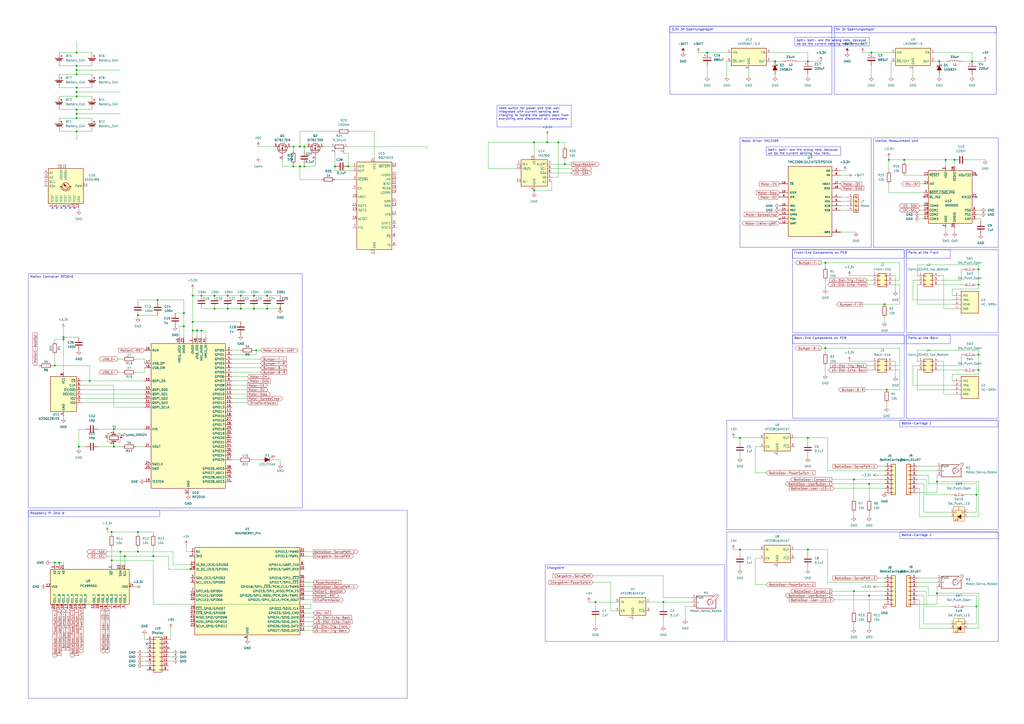
<source format=kicad_sch>
(kicad_sch
	(version 20231120)
	(generator "eeschema")
	(generator_version "8.0")
	(uuid "10e9ed1f-81fe-4a04-a219-cef72219a4ee")
	(paper "A2")
	
	(junction
		(at 429.26 318.77)
		(diameter 0)
		(color 0 0 0 0)
		(uuid "03268f60-248c-430f-9a48-def6cb6c976e")
	)
	(junction
		(at 148.59 203.2)
		(diameter 0)
		(color 0 0 0 0)
		(uuid "04234bed-4ba9-40ef-ac16-7d8ec800186b")
	)
	(junction
		(at 410.21 30.48)
		(diameter 0)
		(color 0 0 0 0)
		(uuid "06870aa4-4c9b-477d-9f05-4ca4de8f6a4d")
	)
	(junction
		(at 44.45 50.8)
		(diameter 0)
		(color 0 0 0 0)
		(uuid "083aae67-81c3-4ec2-bf4a-336ec22f72e9")
	)
	(junction
		(at 567.69 156.21)
		(diameter 0)
		(color 0 0 0 0)
		(uuid "0a9bdb1e-9b3a-41f4-835f-eeec191ae320")
	)
	(junction
		(at 514.35 226.06)
		(diameter 0)
		(color 0 0 0 0)
		(uuid "1164d9f6-d69f-4765-bfe4-5ec41bb5ffc7")
	)
	(junction
		(at 36.83 195.58)
		(diameter 0)
		(color 0 0 0 0)
		(uuid "21be0d6d-08dd-4c6b-8dde-b3409b7daccd")
	)
	(junction
		(at 91.44 173.99)
		(diameter 0)
		(color 0 0 0 0)
		(uuid "22a4d2dd-f848-4193-8541-955420f6e17d")
	)
	(junction
		(at 44.45 68.58)
		(diameter 0)
		(color 0 0 0 0)
		(uuid "2421b6f1-9351-4b09-9d81-3293799c07ca")
	)
	(junction
		(at 543.56 279.4)
		(diameter 0)
		(color 0 0 0 0)
		(uuid "25fc08dd-dbcb-4986-8d99-a9d615e74609")
	)
	(junction
		(at 44.45 30.48)
		(diameter 0)
		(color 0 0 0 0)
		(uuid "265fbd34-c236-4afc-b472-ab5f7b1865f2")
	)
	(junction
		(at 64.77 325.12)
		(diameter 0)
		(color 0 0 0 0)
		(uuid "277e0764-7927-4216-849d-6bc3b8e09a44")
	)
	(junction
		(at 139.7 179.07)
		(diameter 0)
		(color 0 0 0 0)
		(uuid "29426718-41a1-4fab-a69c-de55200420f5")
	)
	(junction
		(at 44.45 43.18)
		(diameter 0)
		(color 0 0 0 0)
		(uuid "29b5096b-a417-4d8d-8959-38c8fd1009d5")
	)
	(junction
		(at 80.01 182.88)
		(diameter 0)
		(color 0 0 0 0)
		(uuid "2d0abeda-aac0-4388-a19d-3bc6f581aa05")
	)
	(junction
		(at 44.45 76.2)
		(diameter 0)
		(color 0 0 0 0)
		(uuid "2d1447b9-e1f8-416e-9e68-2f3a93be7887")
	)
	(junction
		(at 116.84 191.77)
		(diameter 0)
		(color 0 0 0 0)
		(uuid "2e7fad9a-09d7-4161-afc3-42855f89e07f")
	)
	(junction
		(at 147.32 179.07)
		(diameter 0)
		(color 0 0 0 0)
		(uuid "2fdf82e2-3891-4bd7-be3f-e7514a4bef5c")
	)
	(junction
		(at 124.46 179.07)
		(diameter 0)
		(color 0 0 0 0)
		(uuid "39a70374-4daf-4db7-bf38-bf4c46ca5dc6")
	)
	(junction
		(at 309.88 82.55)
		(diameter 0)
		(color 0 0 0 0)
		(uuid "3badada2-4c73-40a6-9795-4538f303b44e")
	)
	(junction
		(at 124.46 171.45)
		(diameter 0)
		(color 0 0 0 0)
		(uuid "3c018187-1d9c-4d03-8c02-29d04cab6f36")
	)
	(junction
		(at 88.9 322.58)
		(diameter 0)
		(color 0 0 0 0)
		(uuid "3ee83e4e-3370-4ed8-bcc6-114de62898d7")
	)
	(junction
		(at 317.5 82.55)
		(diameter 0)
		(color 0 0 0 0)
		(uuid "3eea0a00-3e9a-4c07-bf8c-cd1e7c4edf62")
	)
	(junction
		(at 147.32 171.45)
		(diameter 0)
		(color 0 0 0 0)
		(uuid "451af065-1b1a-4969-88c6-18b12c3eaf4b")
	)
	(junction
		(at 513.08 176.53)
		(diameter 0)
		(color 0 0 0 0)
		(uuid "46e71d5b-0486-4156-82c5-6cd1b8ff00c5")
	)
	(junction
		(at 116.84 171.45)
		(diameter 0)
		(color 0 0 0 0)
		(uuid "470f61d3-5f15-44b3-9be8-d7ad98c6cb59")
	)
	(junction
		(at 323.85 82.55)
		(diameter 0)
		(color 0 0 0 0)
		(uuid "4a08adb7-ea48-4326-a6c2-0515fd040642")
	)
	(junction
		(at 31.75 212.09)
		(diameter 0)
		(color 0 0 0 0)
		(uuid "4f324c9b-e82a-4655-af45-70ad70b76b07")
	)
	(junction
		(at 176.53 96.52)
		(diameter 0)
		(color 0 0 0 0)
		(uuid "4f5c7b81-43d6-4512-a1ff-f2767706b81b")
	)
	(junction
		(at 80.01 308.61)
		(diameter 0)
		(color 0 0 0 0)
		(uuid "4fafc432-26d7-4c70-844e-cbe5d393e13c")
	)
	(junction
		(at 563.88 35.56)
		(diameter 0)
		(color 0 0 0 0)
		(uuid "55e24700-a976-46b6-9a5e-322947c19269")
	)
	(junction
		(at 504.19 345.44)
		(diameter 0)
		(color 0 0 0 0)
		(uuid "57161dd7-66d7-4a82-9a79-eaa5c269842f")
	)
	(junction
		(at 567.69 214.63)
		(diameter 0)
		(color 0 0 0 0)
		(uuid "594cf67e-7a44-4414-8f11-a3da63be89bc")
	)
	(junction
		(at 548.64 92.71)
		(diameter 0)
		(color 0 0 0 0)
		(uuid "5eef07a4-476c-4d20-ab85-4e2f6966be7d")
	)
	(junction
		(at 52.07 220.98)
		(diameter 0)
		(color 0 0 0 0)
		(uuid "61fd68eb-8bbb-4d83-9798-6e54ba31de17")
	)
	(junction
		(at 567.69 205.74)
		(diameter 0)
		(color 0 0 0 0)
		(uuid "6a3dc16e-cbd1-4799-aa60-2efd10351d35")
	)
	(junction
		(at 111.76 191.77)
		(diameter 0)
		(color 0 0 0 0)
		(uuid "6d65149c-99e1-48b1-afd4-3fc0a4e61402")
	)
	(junction
		(at 44.45 66.04)
		(diameter 0)
		(color 0 0 0 0)
		(uuid "6f780dc5-431b-4107-8aa6-7a7b80f485db")
	)
	(junction
		(at 80.01 320.04)
		(diameter 0)
		(color 0 0 0 0)
		(uuid "7008afad-ebe6-4b0c-994b-1ffb34cb38c0")
	)
	(junction
		(at 495.3 278.13)
		(diameter 0)
		(color 0 0 0 0)
		(uuid "75888cbd-2c9c-44cc-a124-d721d5a43a54")
	)
	(junction
		(at 66.04 259.08)
		(diameter 0)
		(color 0 0 0 0)
		(uuid "75b73604-a04b-4e5e-8f2b-d7112a354c76")
	)
	(junction
		(at 44.45 40.64)
		(diameter 0)
		(color 0 0 0 0)
		(uuid "7b5e014f-6d02-49ab-956c-429ce09c3d2b")
	)
	(junction
		(at 566.42 351.79)
		(diameter 0)
		(color 0 0 0 0)
		(uuid "7cb410a2-cd21-4a99-a0fc-9cfba2c05cfa")
	)
	(junction
		(at 154.94 171.45)
		(diameter 0)
		(color 0 0 0 0)
		(uuid "7dc31fcc-7a3f-43f9-9177-cd22c32ac711")
	)
	(junction
		(at 543.56 344.17)
		(diameter 0)
		(color 0 0 0 0)
		(uuid "80f79bba-cc7f-4b8e-9517-8f247a51f6a4")
	)
	(junction
		(at 170.18 96.52)
		(diameter 0)
		(color 0 0 0 0)
		(uuid "82b92c49-401a-4913-858f-7e3f2f46ddcf")
	)
	(junction
		(at 111.76 186.69)
		(diameter 0)
		(color 0 0 0 0)
		(uuid "84d0a7d8-7dd4-4f12-bcc9-40014992f2ac")
	)
	(junction
		(at 504.19 280.67)
		(diameter 0)
		(color 0 0 0 0)
		(uuid "8521d5a2-40ba-4a5d-a5c4-2e6ef9471c28")
	)
	(junction
		(at 44.45 53.34)
		(diameter 0)
		(color 0 0 0 0)
		(uuid "87f4a9f5-047d-4055-84ef-ce082379ddb6")
	)
	(junction
		(at 173.99 96.52)
		(diameter 0)
		(color 0 0 0 0)
		(uuid "882212e7-c879-43a9-94f4-d1d58d5f9db1")
	)
	(junction
		(at 478.79 201.93)
		(diameter 0)
		(color 0 0 0 0)
		(uuid "88a18d9a-46e4-498d-9d39-2906a2038335")
	)
	(junction
		(at 111.76 171.45)
		(diameter 0)
		(color 0 0 0 0)
		(uuid "8c8781ed-ac6a-4428-9845-847cdc5f6708")
	)
	(junction
		(at 132.08 179.07)
		(diameter 0)
		(color 0 0 0 0)
		(uuid "90d555f8-82ed-4e5b-9fde-9f2563ca9a84")
	)
	(junction
		(at 345.44 349.25)
		(diameter 0)
		(color 0 0 0 0)
		(uuid "9339e47f-85f5-408a-b36c-b27fd8430462")
	)
	(junction
		(at 201.93 96.52)
		(diameter 0)
		(color 0 0 0 0)
		(uuid "93f07516-6868-4305-aacb-0ba200e0c11d")
	)
	(junction
		(at 162.56 179.07)
		(diameter 0)
		(color 0 0 0 0)
		(uuid "9471eeb1-2a59-42c9-9805-be6e33dda6f7")
	)
	(junction
		(at 495.3 342.9)
		(diameter 0)
		(color 0 0 0 0)
		(uuid "95c38d03-b4bc-4d18-b7ec-e184e5f2b0d1")
	)
	(junction
		(at 170.18 85.09)
		(diameter 0)
		(color 0 0 0 0)
		(uuid "96aa31a1-4e10-459b-997d-dbaa4ad37b35")
	)
	(junction
		(at 515.62 92.71)
		(diameter 0)
		(color 0 0 0 0)
		(uuid "99315baa-d1fc-4dc4-bcfc-637bd899f1ef")
	)
	(junction
		(at 544.83 35.56)
		(diameter 0)
		(color 0 0 0 0)
		(uuid "99af6a2b-938f-4a05-a868-2edc7d4b2aed")
	)
	(junction
		(at 72.39 322.58)
		(diameter 0)
		(color 0 0 0 0)
		(uuid "9a382fe7-2567-41bd-b706-8a429acfe147")
	)
	(junction
		(at 154.94 179.07)
		(diameter 0)
		(color 0 0 0 0)
		(uuid "9c8a7697-ebc2-4d23-9b1c-948f5bccfdc2")
	)
	(junction
		(at 44.45 55.88)
		(diameter 0)
		(color 0 0 0 0)
		(uuid "a042a7b2-81e2-4dbc-9fc4-79a7c6613bb5")
	)
	(junction
		(at 106.68 189.23)
		(diameter 0)
		(color 0 0 0 0)
		(uuid "a0da04da-7b55-4416-b220-aaaa0dffdfe3")
	)
	(junction
		(at 45.72 259.08)
		(diameter 0)
		(color 0 0 0 0)
		(uuid "a3540f26-1336-4e81-a8eb-434080559b46")
	)
	(junction
		(at 110.49 330.2)
		(diameter 0)
		(color 0 0 0 0)
		(uuid "a8b3ec47-a9a9-4ba1-b749-6c31898f83b9")
	)
	(junction
		(at 114.3 191.77)
		(diameter 0)
		(color 0 0 0 0)
		(uuid "a9ae8d97-5143-4d48-8437-3701e9202cc1")
	)
	(junction
		(at 566.42 287.02)
		(diameter 0)
		(color 0 0 0 0)
		(uuid "b783d9c8-d090-495a-83a1-e580f2c25178")
	)
	(junction
		(at 468.63 318.77)
		(diameter 0)
		(color 0 0 0 0)
		(uuid "bbc22500-7889-4288-be0d-cfd80288ac5c")
	)
	(junction
		(at 384.81 349.25)
		(diameter 0)
		(color 0 0 0 0)
		(uuid "bc4e959e-e2ad-4122-b784-10f1fe12ed65")
	)
	(junction
		(at 64.77 308.61)
		(diameter 0)
		(color 0 0 0 0)
		(uuid "c5a02223-bddc-4462-98b4-b63f3acdf809")
	)
	(junction
		(at 449.58 35.56)
		(diameter 0)
		(color 0 0 0 0)
		(uuid "c799042d-ae88-43cc-a271-0df941a8f484")
	)
	(junction
		(at 553.72 92.71)
		(diameter 0)
		(color 0 0 0 0)
		(uuid "c85e723b-7570-4cf5-84ad-b61532129048")
	)
	(junction
		(at 69.85 320.04)
		(diameter 0)
		(color 0 0 0 0)
		(uuid "c9829d1e-e068-4d7b-979c-0567ec83b092")
	)
	(junction
		(at 66.04 248.92)
		(diameter 0)
		(color 0 0 0 0)
		(uuid "cde65cd6-c066-46d8-a2f4-f11966f8d9bc")
	)
	(junction
		(at 36.83 196.85)
		(diameter 0)
		(color 0 0 0 0)
		(uuid "cf515f11-e932-4ebb-a615-a2f4c79f2c55")
	)
	(junction
		(at 309.88 110.49)
		(diameter 0)
		(color 0 0 0 0)
		(uuid "d11ba81a-bdac-481a-9bd9-cd8d713f0ecf")
	)
	(junction
		(at 44.45 38.1)
		(diameter 0)
		(color 0 0 0 0)
		(uuid "d460fc4e-116b-461c-9aad-963e945b1fdb")
	)
	(junction
		(at 194.31 96.52)
		(diameter 0)
		(color 0 0 0 0)
		(uuid "d7218f09-481c-4dfb-8660-d32c7d548973")
	)
	(junction
		(at 31.75 326.39)
		(diameter 0)
		(color 0 0 0 0)
		(uuid "d7cc7e0e-4b77-4814-a0d4-6785824da040")
	)
	(junction
		(at 478.79 152.4)
		(diameter 0)
		(color 0 0 0 0)
		(uuid "dc30a080-afb7-48a1-9348-3fa78b8193e0")
	)
	(junction
		(at 139.7 171.45)
		(diameter 0)
		(color 0 0 0 0)
		(uuid "e1775e11-9fe6-4463-8146-18d8ced08735")
	)
	(junction
		(at 106.68 181.61)
		(diameter 0)
		(color 0 0 0 0)
		(uuid "e18add9c-c3d0-41a9-8ecf-c6c33a8a8953")
	)
	(junction
		(at 173.99 85.09)
		(diameter 0)
		(color 0 0 0 0)
		(uuid "e638f2a4-5e9e-4671-badd-88fbc55318f6")
	)
	(junction
		(at 429.26 254)
		(diameter 0)
		(color 0 0 0 0)
		(uuid "e643f0fc-a1a1-4012-a5b0-69948705cd8f")
	)
	(junction
		(at 176.53 85.09)
		(diameter 0)
		(color 0 0 0 0)
		(uuid "e996c373-c3aa-4ac5-9496-1773721cfd1c")
	)
	(junction
		(at 132.08 171.45)
		(diameter 0)
		(color 0 0 0 0)
		(uuid "ebd25529-48dc-4d3c-995a-0a53a2b21d6f")
	)
	(junction
		(at 327.66 95.25)
		(diameter 0)
		(color 0 0 0 0)
		(uuid "ee21e3f5-e352-4a84-93cf-62e554bde62b")
	)
	(junction
		(at 468.63 254)
		(diameter 0)
		(color 0 0 0 0)
		(uuid "efd94e32-e0ba-4970-b1bf-8fd3aa6a1536")
	)
	(junction
		(at 524.51 92.71)
		(diameter 0)
		(color 0 0 0 0)
		(uuid "f1ea72bd-ddab-4c9c-bc3e-94b9ac135f23")
	)
	(junction
		(at 34.29 326.39)
		(diameter 0)
		(color 0 0 0 0)
		(uuid "f2ce2bf7-3045-45bb-b7fc-f2ad386e880f")
	)
	(junction
		(at 567.69 165.1)
		(diameter 0)
		(color 0 0 0 0)
		(uuid "f809335f-7b79-4149-8b15-3c5482826fa5")
	)
	(junction
		(at 505.46 30.48)
		(diameter 0)
		(color 0 0 0 0)
		(uuid "f91e5096-4f67-48ae-a66f-f4215968b35a")
	)
	(junction
		(at 44.45 63.5)
		(diameter 0)
		(color 0 0 0 0)
		(uuid "fe282bc1-f285-4dcb-aaf1-eb1ddb5ceb2f")
	)
	(junction
		(at 468.63 35.56)
		(diameter 0)
		(color 0 0 0 0)
		(uuid "fedb9ee5-9f24-4d12-a2db-5fd24ffa6199")
	)
	(no_connect
		(at 452.12 127)
		(uuid "0260e9ab-8e3e-4bc2-9dbe-5591cc0b01ef")
	)
	(no_connect
		(at 40.64 120.65)
		(uuid "0aa3e324-e029-4e75-a35d-32bbcc9a147b")
	)
	(no_connect
		(at 535.94 114.3)
		(uuid "0dbbdef1-cd64-4ae0-a69d-69f0c468be48")
	)
	(no_connect
		(at 566.42 101.6)
		(uuid "384be073-ba93-4b1b-904d-552e784c8b00")
	)
	(no_connect
		(at 110.49 322.58)
		(uuid "47a92e0d-52a0-4f2c-8d09-ee9bd39c40b1")
	)
	(no_connect
		(at 97.79 375.92)
		(uuid "4b40c3af-bf17-4bab-9bb5-2510a50a4ec9")
	)
	(no_connect
		(at 43.18 120.65)
		(uuid "5a46784a-dd16-4e27-8b4d-1d363770a20f")
	)
	(no_connect
		(at 38.1 120.65)
		(uuid "76f314ef-0d7b-44b6-aab5-f5f230adbd7e")
	)
	(no_connect
		(at 85.09 373.38)
		(uuid "7bd2e65b-56d9-420c-a018-2a5d5a02554e")
	)
	(no_connect
		(at 33.02 120.65)
		(uuid "a9eb4a0c-15fe-49cf-b559-eed295bbc624")
	)
	(no_connect
		(at 35.56 120.65)
		(uuid "c3df7663-15a5-4e50-b4fd-21a303b85af3")
	)
	(no_connect
		(at 30.48 120.65)
		(uuid "c7b5a869-6317-49bc-8d06-4f3c522bd3e5")
	)
	(no_connect
		(at 566.42 114.3)
		(uuid "dbf644f0-5284-44a5-8de9-ca76d961beec")
	)
	(wire
		(pts
			(xy 66.04 259.08) (xy 66.04 257.81)
		)
		(stroke
			(width 0)
			(type default)
		)
		(uuid "001dffd7-7641-4fd9-a9d3-c65c327bb6e0")
	)
	(wire
		(pts
			(xy 567.69 203.2) (xy 532.13 203.2)
		)
		(stroke
			(width 0)
			(type default)
		)
		(uuid "010455f5-cb6a-4251-87f5-60e736b25ecb")
	)
	(wire
		(pts
			(xy 62.23 320.04) (xy 69.85 320.04)
		)
		(stroke
			(width 0)
			(type default)
		)
		(uuid "020e7bd2-975d-483f-8535-d66b8332c03a")
	)
	(wire
		(pts
			(xy 181.61 322.58) (xy 176.53 322.58)
		)
		(stroke
			(width 0)
			(type default)
		)
		(uuid "021dd310-9842-412f-b9a6-439ebfee9b07")
	)
	(wire
		(pts
			(xy 521.97 214.63) (xy 518.16 214.63)
		)
		(stroke
			(width 0)
			(type default)
		)
		(uuid "02694717-9285-40e8-852d-4a4b6d6acde5")
	)
	(wire
		(pts
			(xy 500.38 176.53) (xy 513.08 176.53)
		)
		(stroke
			(width 0)
			(type default)
		)
		(uuid "026df141-edee-4563-b366-9389b7745b89")
	)
	(wire
		(pts
			(xy 491.49 116.84) (xy 487.68 116.84)
		)
		(stroke
			(width 0)
			(type default)
		)
		(uuid "02b7188a-3b50-4bb1-b815-4dd64aeb1ff5")
	)
	(wire
		(pts
			(xy 504.19 354.33) (xy 504.19 345.44)
		)
		(stroke
			(width 0)
			(type default)
		)
		(uuid "02db2914-8822-456d-9c6f-fd12122a370b")
	)
	(wire
		(pts
			(xy 91.44 173.99) (xy 106.68 173.99)
		)
		(stroke
			(width 0)
			(type default)
		)
		(uuid "030cf6e0-7220-478f-8ce6-506488ec880c")
	)
	(wire
		(pts
			(xy 478.79 201.93) (xy 521.97 201.93)
		)
		(stroke
			(width 0)
			(type default)
		)
		(uuid "044831d4-03cf-4a62-8912-d2bdba5522ce")
	)
	(wire
		(pts
			(xy 516.89 44.45) (xy 516.89 35.56)
		)
		(stroke
			(width 0)
			(type default)
		)
		(uuid "048bb947-f301-4b5c-ad0f-8ed3c611c4ac")
	)
	(wire
		(pts
			(xy 444.5 339.09) (xy 438.15 339.09)
		)
		(stroke
			(width 0)
			(type default)
		)
		(uuid "06a93dd4-98a6-4286-abe5-50bc9d21607c")
	)
	(wire
		(pts
			(xy 44.45 40.64) (xy 69.85 40.64)
		)
		(stroke
			(width 0)
			(type default)
		)
		(uuid "07f65511-514b-40e6-bece-50eb6771ef28")
	)
	(wire
		(pts
			(xy 327.66 95.25) (xy 327.66 92.71)
		)
		(stroke
			(width 0)
			(type default)
		)
		(uuid "080911a9-7fd1-4a2f-a512-6ec6992ba3a0")
	)
	(wire
		(pts
			(xy 176.53 95.25) (xy 176.53 96.52)
		)
		(stroke
			(width 0)
			(type default)
		)
		(uuid "09588aa3-eb9b-4c1f-b792-cf7633bb7e08")
	)
	(wire
		(pts
			(xy 461.01 254) (xy 468.63 254)
		)
		(stroke
			(width 0)
			(type default)
		)
		(uuid "096359c0-aaa2-4c39-b067-d620e5f29e71")
	)
	(wire
		(pts
			(xy 521.97 212.09) (xy 521.97 201.93)
		)
		(stroke
			(width 0)
			(type default)
		)
		(uuid "09d34397-eb92-416e-b25c-6435a5e714c2")
	)
	(wire
		(pts
			(xy 425.45 318.77) (xy 429.26 318.77)
		)
		(stroke
			(width 0)
			(type default)
		)
		(uuid "0a2741bb-38e7-42f8-87f7-37dc083a517d")
	)
	(wire
		(pts
			(xy 83.82 210.82) (xy 83.82 208.28)
		)
		(stroke
			(width 0)
			(type default)
		)
		(uuid "0a917147-c546-4876-b199-c676c29635da")
	)
	(wire
		(pts
			(xy 34.29 38.1) (xy 44.45 38.1)
		)
		(stroke
			(width 0)
			(type default)
		)
		(uuid "0b012abe-f767-49a7-8fcc-20a3eb6879c1")
	)
	(wire
		(pts
			(xy 181.61 360.68) (xy 176.53 360.68)
		)
		(stroke
			(width 0)
			(type default)
		)
		(uuid "0b670b74-17e1-43dd-84c8-9d896db2cf58")
	)
	(wire
		(pts
			(xy 320.04 95.25) (xy 327.66 95.25)
		)
		(stroke
			(width 0)
			(type default)
		)
		(uuid "0bc13916-c24a-431d-baf9-0ad5a6451379")
	)
	(wire
		(pts
			(xy 505.46 30.48) (xy 516.89 30.48)
		)
		(stroke
			(width 0)
			(type default)
		)
		(uuid "0dd628e2-00d3-475a-ab2a-f7ac9b948572")
	)
	(wire
		(pts
			(xy 344.17 334.01) (xy 384.81 334.01)
		)
		(stroke
			(width 0)
			(type default)
		)
		(uuid "0e2e6951-3e60-42a4-9010-cfcce3f450c4")
	)
	(wire
		(pts
			(xy 97.79 322.58) (xy 88.9 322.58)
		)
		(stroke
			(width 0)
			(type default)
		)
		(uuid "0e2fbfc3-909a-4840-9d89-6afc89135d3c")
	)
	(wire
		(pts
			(xy 31.75 205.74) (xy 31.75 212.09)
		)
		(stroke
			(width 0)
			(type default)
		)
		(uuid "0e84f5c2-5f4d-4bf8-ac84-6c28d4b75e80")
	)
	(wire
		(pts
			(xy 181.61 355.6) (xy 176.53 355.6)
		)
		(stroke
			(width 0)
			(type default)
		)
		(uuid "0ee9c5eb-07fd-45e3-963b-484720518883")
	)
	(wire
		(pts
			(xy 52.07 220.98) (xy 52.07 212.09)
		)
		(stroke
			(width 0)
			(type default)
		)
		(uuid "1278374b-5fac-434d-a243-955f67300eab")
	)
	(wire
		(pts
			(xy 139.7 179.07) (xy 147.32 179.07)
		)
		(stroke
			(width 0)
			(type default)
		)
		(uuid "12a3e1dd-e2b9-4d22-b071-81a300699359")
	)
	(wire
		(pts
			(xy 532.13 226.06) (xy 532.13 214.63)
		)
		(stroke
			(width 0)
			(type default)
		)
		(uuid "136c564c-6bf3-4b87-bec2-71382b8d55a8")
	)
	(wire
		(pts
			(xy 88.9 308.61) (xy 80.01 308.61)
		)
		(stroke
			(width 0)
			(type default)
		)
		(uuid "13de33af-e8cb-4e17-a1ac-71c416ff67da")
	)
	(wire
		(pts
			(xy 495.3 297.18) (xy 495.3 299.72)
		)
		(stroke
			(width 0)
			(type default)
		)
		(uuid "143962ce-3b7d-48a4-aee9-8425cd2cb9f8")
	)
	(wire
		(pts
			(xy 535.94 361.95) (xy 535.94 345.44)
		)
		(stroke
			(width 0)
			(type default)
		)
		(uuid "144f0f2c-aea5-4be1-8f5e-460e47de3a21")
	)
	(wire
		(pts
			(xy 544.83 35.56) (xy 549.91 35.56)
		)
		(stroke
			(width 0)
			(type default)
		)
		(uuid "1735015e-f7e7-44da-b3c6-2d9b033abd3c")
	)
	(wire
		(pts
			(xy 199.39 88.9) (xy 201.93 88.9)
		)
		(stroke
			(width 0)
			(type default)
		)
		(uuid "1742bfe5-6028-4bcd-b7e3-88d92c3633f6")
	)
	(wire
		(pts
			(xy 447.04 30.48) (xy 468.63 30.48)
		)
		(stroke
			(width 0)
			(type default)
		)
		(uuid "17658310-9343-49c8-82d9-e8973a75c3eb")
	)
	(wire
		(pts
			(xy 34.29 76.2) (xy 44.45 76.2)
		)
		(stroke
			(width 0)
			(type default)
		)
		(uuid "176a1f4f-2a49-4fc2-927a-b452fec68ed3")
	)
	(wire
		(pts
			(xy 132.08 171.45) (xy 139.7 171.45)
		)
		(stroke
			(width 0)
			(type default)
		)
		(uuid "18a6f06a-ffd5-4fcd-95c8-b39de83935dc")
	)
	(wire
		(pts
			(xy 124.46 171.45) (xy 132.08 171.45)
		)
		(stroke
			(width 0)
			(type default)
		)
		(uuid "18b0e9ff-f2f7-41f3-b66a-e835cbe3d0de")
	)
	(wire
		(pts
			(xy 111.76 186.69) (xy 139.7 186.69)
		)
		(stroke
			(width 0)
			(type default)
		)
		(uuid "18f8cbb2-3c78-4973-af0b-9d6fd21ddf95")
	)
	(wire
		(pts
			(xy 535.94 297.18) (xy 535.94 280.67)
		)
		(stroke
			(width 0)
			(type default)
		)
		(uuid "197965a3-8932-4b7b-be74-d0603e72858b")
	)
	(wire
		(pts
			(xy 134.62 205.74) (xy 148.59 205.74)
		)
		(stroke
			(width 0)
			(type default)
		)
		(uuid "1b034ed9-c621-407e-b3f3-9868c73fcc82")
	)
	(wire
		(pts
			(xy 29.21 326.39) (xy 31.75 326.39)
		)
		(stroke
			(width 0)
			(type default)
		)
		(uuid "1ba89f39-dcf0-4108-94b6-9a8c06c8caea")
	)
	(wire
		(pts
			(xy 495.3 278.13) (xy 513.08 278.13)
		)
		(stroke
			(width 0)
			(type default)
		)
		(uuid "1bb0dd37-b212-4926-a54c-e6f9708d92b0")
	)
	(wire
		(pts
			(xy 143.51 223.52) (xy 134.62 223.52)
		)
		(stroke
			(width 0)
			(type default)
		)
		(uuid "1bf274a5-5ce3-4796-8f63-d17b5156df58")
	)
	(wire
		(pts
			(xy 119.38 191.77) (xy 116.84 191.77)
		)
		(stroke
			(width 0)
			(type default)
		)
		(uuid "1c18c401-f88a-4854-9232-572c3c84e9d6")
	)
	(wire
		(pts
			(xy 543.56 344.17) (xy 567.69 344.17)
		)
		(stroke
			(width 0)
			(type default)
		)
		(uuid "1c43f6e0-cf4a-4d01-991f-ec3fd4ccb8b1")
	)
	(wire
		(pts
			(xy 518.16 160.02) (xy 519.43 160.02)
		)
		(stroke
			(width 0)
			(type default)
		)
		(uuid "1c50cd6c-1f17-4d35-bc75-c1481253d7e3")
	)
	(wire
		(pts
			(xy 173.99 104.14) (xy 173.99 96.52)
		)
		(stroke
			(width 0)
			(type default)
		)
		(uuid "1d3e7dc2-4893-4b81-9985-bed90d1ab771")
	)
	(wire
		(pts
			(xy 36.83 195.58) (xy 36.83 196.85)
		)
		(stroke
			(width 0)
			(type default)
		)
		(uuid "1e0a9a92-686b-476e-ac82-c07e86419009")
	)
	(wire
		(pts
			(xy 410.21 30.48) (xy 421.64 30.48)
		)
		(stroke
			(width 0)
			(type default)
		)
		(uuid "1f7ed963-d1c1-4648-9b3d-3f936b2fc1d3")
	)
	(wire
		(pts
			(xy 567.69 156.21) (xy 567.69 153.67)
		)
		(stroke
			(width 0)
			(type default)
		)
		(uuid "1fa2170f-47e5-4164-8d9f-c11a5fbf75a2")
	)
	(wire
		(pts
			(xy 323.85 102.87) (xy 320.04 102.87)
		)
		(stroke
			(width 0)
			(type default)
		)
		(uuid "1faa9867-d5db-4e92-9c4d-21fdc4cc074c")
	)
	(wire
		(pts
			(xy 504.19 289.56) (xy 504.19 280.67)
		)
		(stroke
			(width 0)
			(type default)
		)
		(uuid "1fcc9314-9f8b-499c-a63b-9f89b0ade20c")
	)
	(wire
		(pts
			(xy 444.5 274.32) (xy 438.15 274.32)
		)
		(stroke
			(width 0)
			(type default)
		)
		(uuid "214ee9b8-88e4-4f30-b940-8b91cca75b05")
	)
	(wire
		(pts
			(xy 143.51 220.98) (xy 134.62 220.98)
		)
		(stroke
			(width 0)
			(type default)
		)
		(uuid "217c065c-707c-4ce9-b5d5-1999381a21b8")
	)
	(wire
		(pts
			(xy 429.26 256.54) (xy 429.26 254)
		)
		(stroke
			(width 0)
			(type default)
		)
		(uuid "223ad173-34bb-4ba1-ae25-b277bc7c906c")
	)
	(wire
		(pts
			(xy 504.19 297.18) (xy 504.19 299.72)
		)
		(stroke
			(width 0)
			(type default)
		)
		(uuid "22b5ceec-6e1a-4e82-9c89-da4f0a967e0d")
	)
	(wire
		(pts
			(xy 567.69 167.64) (xy 552.45 167.64)
		)
		(stroke
			(width 0)
			(type default)
		)
		(uuid "22b798e9-192a-4e89-8da3-effd8be4505a")
	)
	(wire
		(pts
			(xy 482.6 342.9) (xy 495.3 342.9)
		)
		(stroke
			(width 0)
			(type default)
		)
		(uuid "24690d85-73ab-4c27-a87e-c9438923c9bd")
	)
	(wire
		(pts
			(xy 341.63 349.25) (xy 345.44 349.25)
		)
		(stroke
			(width 0)
			(type default)
		)
		(uuid "25605ba8-abf3-439f-95a6-0c9b5fc30c90")
	)
	(wire
		(pts
			(xy 552.45 217.17) (xy 552.45 220.98)
		)
		(stroke
			(width 0)
			(type default)
		)
		(uuid "27c4cc6e-e946-4f6d-86a2-2294923844f2")
	)
	(wire
		(pts
			(xy 509.27 275.59) (xy 513.08 275.59)
		)
		(stroke
			(width 0)
			(type default)
		)
		(uuid "27c8f88a-be47-47f7-bf40-aaed043bfcc9")
	)
	(wire
		(pts
			(xy 495.3 342.9) (xy 513.08 342.9)
		)
		(stroke
			(width 0)
			(type default)
		)
		(uuid "28239306-2caf-4e2d-9d16-22ab2b6e1464")
	)
	(wire
		(pts
			(xy 487.68 99.06) (xy 490.22 99.06)
		)
		(stroke
			(width 0)
			(type default)
		)
		(uuid "2862c691-9e91-4d14-8acd-5c575cbe7902")
	)
	(wire
		(pts
			(xy 548.64 96.52) (xy 548.64 92.71)
		)
		(stroke
			(width 0)
			(type default)
		)
		(uuid "28892f80-eca9-4714-b90e-4fdf1cb13f24")
	)
	(wire
		(pts
			(xy 44.45 55.88) (xy 53.34 55.88)
		)
		(stroke
			(width 0)
			(type default)
		)
		(uuid "28f845d5-6a5f-4bc5-a374-437c534ad0cd")
	)
	(wire
		(pts
			(xy 548.64 134.62) (xy 548.64 132.08)
		)
		(stroke
			(width 0)
			(type default)
		)
		(uuid "2a157276-6e4b-4c32-b55d-5a96958eb8d5")
	)
	(wire
		(pts
			(xy 138.43 266.7) (xy 134.62 266.7)
		)
		(stroke
			(width 0)
			(type default)
		)
		(uuid "2a6a8e21-6337-41c2-aab7-9334e1c61515")
	)
	(wire
		(pts
			(xy 148.59 203.2) (xy 148.59 205.74)
		)
		(stroke
			(width 0)
			(type default)
		)
		(uuid "2b3b92de-a533-41f5-9ba2-e8a910f61cb8")
	)
	(wire
		(pts
			(xy 547.37 160.02) (xy 547.37 179.07)
		)
		(stroke
			(width 0)
			(type default)
		)
		(uuid "2b9be4f4-3bbc-43d8-8513-fcc099f0a86d")
	)
	(wire
		(pts
			(xy 111.76 171.45) (xy 111.76 186.69)
		)
		(stroke
			(width 0)
			(type default)
		)
		(uuid "2bc1a12d-8515-4420-b170-91482b64a510")
	)
	(wire
		(pts
			(xy 57.15 259.08) (xy 66.04 259.08)
		)
		(stroke
			(width 0)
			(type default)
		)
		(uuid "2bd8ac11-9b06-43d4-9b17-fa0e2b4c2dc2")
	)
	(wire
		(pts
			(xy 500.38 30.48) (xy 505.46 30.48)
		)
		(stroke
			(width 0)
			(type default)
		)
		(uuid "2be2d2fc-f5e2-4b46-bb0c-8c65cc86984b")
	)
	(wire
		(pts
			(xy 34.29 50.8) (xy 44.45 50.8)
		)
		(stroke
			(width 0)
			(type default)
		)
		(uuid "2c22f143-453f-4db5-a9d8-f4e86a1c4a55")
	)
	(wire
		(pts
			(xy 566.42 280.67) (xy 566.42 287.02)
		)
		(stroke
			(width 0)
			(type default)
		)
		(uuid "2c64bb28-e8ce-4335-80ef-938ad232db8e")
	)
	(wire
		(pts
			(xy 478.79 152.4) (xy 521.97 152.4)
		)
		(stroke
			(width 0)
			(type default)
		)
		(uuid "2ca47985-679e-4ec3-b7ce-d6582ac583c9")
	)
	(wire
		(pts
			(xy 505.46 44.45) (xy 505.46 38.1)
		)
		(stroke
			(width 0)
			(type default)
		)
		(uuid "2cf67072-6d2c-40ae-8bcc-143558b4d795")
	)
	(wire
		(pts
			(xy 181.61 337.82) (xy 176.53 337.82)
		)
		(stroke
			(width 0)
			(type default)
		)
		(uuid "2d2c068a-5e86-4502-8f3b-0574deebcd3d")
	)
	(wire
		(pts
			(xy 567.69 205.74) (xy 567.69 203.2)
		)
		(stroke
			(width 0)
			(type default)
		)
		(uuid "2dc45b97-2534-454a-99f1-af91b7dee7fa")
	)
	(wire
		(pts
			(xy 80.01 182.88) (xy 80.01 184.15)
		)
		(stroke
			(width 0)
			(type default)
		)
		(uuid "2e121bdc-6d90-42d4-8195-c0ce530ff885")
	)
	(wire
		(pts
			(xy 66.04 248.92) (xy 66.04 250.19)
		)
		(stroke
			(width 0)
			(type default)
		)
		(uuid "2e63c512-4bd6-4c66-bffe-963f29f9c96c")
	)
	(wire
		(pts
			(xy 111.76 167.64) (xy 111.76 171.45)
		)
		(stroke
			(width 0)
			(type default)
		)
		(uuid "30df880d-91cf-4fa7-a3ac-47dfbd980aeb")
	)
	(wire
		(pts
			(xy 462.28 35.56) (xy 468.63 35.56)
		)
		(stroke
			(width 0)
			(type default)
		)
		(uuid "31d2da53-80e9-478b-b066-ecead4267739")
	)
	(wire
		(pts
			(xy 44.45 50.8) (xy 53.34 50.8)
		)
		(stroke
			(width 0)
			(type default)
		)
		(uuid "32eff32f-7345-4fde-8123-ea7588303441")
	)
	(wire
		(pts
			(xy 438.15 274.32) (xy 438.15 259.08)
		)
		(stroke
			(width 0)
			(type default)
		)
		(uuid "3357ce9b-5f9d-4586-ae21-35b11f3c81ba")
	)
	(wire
		(pts
			(xy 176.53 85.09) (xy 177.8 85.09)
		)
		(stroke
			(width 0)
			(type default)
		)
		(uuid "336fbe9e-87fc-49b6-8fb4-ef78d008c229")
	)
	(wire
		(pts
			(xy 147.32 179.07) (xy 154.94 179.07)
		)
		(stroke
			(width 0)
			(type default)
		)
		(uuid "3375f5ae-9782-4dc1-9ecc-f5507a059c55")
	)
	(wire
		(pts
			(xy 151.13 213.36) (xy 134.62 213.36)
		)
		(stroke
			(width 0)
			(type default)
		)
		(uuid "33f64ab6-465f-46fd-9a62-ae0e63019438")
	)
	(wire
		(pts
			(xy 532.13 340.36) (xy 538.48 340.36)
		)
		(stroke
			(width 0)
			(type default)
		)
		(uuid "33fbbee9-7fe8-4531-8c6a-6a36bf38fdef")
	)
	(wire
		(pts
			(xy 438.15 339.09) (xy 438.15 323.85)
		)
		(stroke
			(width 0)
			(type default)
		)
		(uuid "34526339-8aad-413b-8dbc-c11df057187e")
	)
	(wire
		(pts
			(xy 46.99 228.6) (xy 83.82 228.6)
		)
		(stroke
			(width 0)
			(type default)
		)
		(uuid "34567999-eefc-40e4-b72f-3c4ddb96659d")
	)
	(wire
		(pts
			(xy 533.4 364.49) (xy 533.4 347.98)
		)
		(stroke
			(width 0)
			(type default)
		)
		(uuid "3668fdf3-014b-4cd1-b361-581c3c56ab1b")
	)
	(wire
		(pts
			(xy 519.43 160.02) (xy 519.43 168.91)
		)
		(stroke
			(width 0)
			(type default)
		)
		(uuid "3671880f-df25-46ad-a10a-deb15464031f")
	)
	(wire
		(pts
			(xy 119.38 195.58) (xy 119.38 191.77)
		)
		(stroke
			(width 0)
			(type default)
		)
		(uuid "36806527-26fe-4826-afa9-2b3ec5fae657")
	)
	(wire
		(pts
			(xy 100.33 378.46) (xy 97.79 378.46)
		)
		(stroke
			(width 0)
			(type default)
		)
		(uuid "36b89680-09d5-4976-a211-e4c0208a066b")
	)
	(wire
		(pts
			(xy 538.48 280.67) (xy 566.42 280.67)
		)
		(stroke
			(width 0)
			(type default)
		)
		(uuid "36c3741f-c03f-4126-aa5c-a84216bf89e5")
	)
	(wire
		(pts
			(xy 317.5 82.55) (xy 317.5 78.74)
		)
		(stroke
			(width 0)
			(type default)
		)
		(uuid "36f47334-f5a8-4ef6-a7f9-15b1ef2f0533")
	)
	(wire
		(pts
			(xy 176.53 85.09) (xy 176.53 87.63)
		)
		(stroke
			(width 0)
			(type default)
		)
		(uuid "37337471-c0ce-4edd-a27f-e9c4de15b741")
	)
	(wire
		(pts
			(xy 487.68 134.62) (xy 496.57 134.62)
		)
		(stroke
			(width 0)
			(type default)
		)
		(uuid "378cc6b1-c5fd-419c-b518-aa4f7f26b91a")
	)
	(wire
		(pts
			(xy 204.47 99.06) (xy 194.31 99.06)
		)
		(stroke
			(width 0)
			(type default)
		)
		(uuid "37b8e075-dab5-4a4c-907d-925dfc0f22eb")
	)
	(wire
		(pts
			(xy 537.21 342.9) (xy 532.13 342.9)
		)
		(stroke
			(width 0)
			(type default)
		)
		(uuid "37bc24c8-d958-489e-8f76-17dc094b9606")
	)
	(wire
		(pts
			(xy 44.45 38.1) (xy 53.34 38.1)
		)
		(stroke
			(width 0)
			(type default)
		)
		(uuid "37cb81cd-36cd-4108-8bd2-a74ed56dd1fc")
	)
	(wire
		(pts
			(xy 377.19 349.25) (xy 384.81 349.25)
		)
		(stroke
			(width 0)
			(type default)
		)
		(uuid "3864d824-b76f-46d5-8c15-73cccf292bd9")
	)
	(wire
		(pts
			(xy 83.82 370.84) (xy 85.09 370.84)
		)
		(stroke
			(width 0)
			(type default)
		)
		(uuid "38c4a5cc-0287-4e33-b123-5c495666bdac")
	)
	(wire
		(pts
			(xy 170.18 96.52) (xy 170.18 95.25)
		)
		(stroke
			(width 0)
			(type default)
		)
		(uuid "3a772002-f84b-4e3e-8c4d-3befe47be203")
	)
	(wire
		(pts
			(xy 557.53 162.56) (xy 557.53 156.21)
		)
		(stroke
			(width 0)
			(type default)
		)
		(uuid "3ab4ff69-431e-469d-af01-7a6656607c3f")
	)
	(wire
		(pts
			(xy 567.69 299.72) (xy 561.34 299.72)
		)
		(stroke
			(width 0)
			(type default)
		)
		(uuid "3cbe955f-a89e-4462-9bb2-f120d2b8fa29")
	)
	(wire
		(pts
			(xy 480.06 273.05) (xy 513.08 273.05)
		)
		(stroke
			(width 0)
			(type default)
		)
		(uuid "3d4871a9-82ca-4ed6-88da-4ac1d544e818")
	)
	(wire
		(pts
			(xy 34.29 68.58) (xy 44.45 68.58)
		)
		(stroke
			(width 0)
			(type default)
		)
		(uuid "3d49c676-379d-43ff-82f6-4fb79e45436c")
	)
	(wire
		(pts
			(xy 45.72 121.92) (xy 45.72 120.65)
		)
		(stroke
			(width 0)
			(type default)
		)
		(uuid "3d889ca2-c585-4cd5-87e2-8b3c24fb73e8")
	)
	(wire
		(pts
			(xy 552.45 223.52) (xy 529.59 223.52)
		)
		(stroke
			(width 0)
			(type default)
		)
		(uuid "3e509ce1-f3f7-4826-86be-647eefb9c049")
	)
	(wire
		(pts
			(xy 524.51 93.98) (xy 524.51 92.71)
		)
		(stroke
			(width 0)
			(type default)
		)
		(uuid "3e57b62f-ba51-4c5d-9792-95c8c33cb311")
	)
	(wire
		(pts
			(xy 176.53 96.52) (xy 182.88 96.52)
		)
		(stroke
			(width 0)
			(type default)
		)
		(uuid "3e9109a0-5ad1-4e57-9537-ec1aeccddd7c")
	)
	(wire
		(pts
			(xy 83.82 236.22) (xy 66.04 236.22)
		)
		(stroke
			(width 0)
			(type default)
		)
		(uuid "3eb11f56-5a70-4bde-bdbb-af09808b8564")
	)
	(wire
		(pts
			(xy 134.62 233.68) (xy 143.51 233.68)
		)
		(stroke
			(width 0)
			(type default)
		)
		(uuid "3edf131a-1bc8-454a-a063-ab51932ed467")
	)
	(wire
		(pts
			(xy 521.97 214.63) (xy 521.97 226.06)
		)
		(stroke
			(width 0)
			(type default)
		)
		(uuid "3f1dfb08-b3f7-4942-a9ae-cc79bd65d8e5")
	)
	(wire
		(pts
			(xy 532.13 337.82) (xy 543.56 337.82)
		)
		(stroke
			(width 0)
			(type default)
		)
		(uuid "401ced49-7730-43f8-89d0-ae017d74f5e9")
	)
	(wire
		(pts
			(xy 46.99 223.52) (xy 66.04 223.52)
		)
		(stroke
			(width 0)
			(type default)
		)
		(uuid "409f0f17-8c64-4005-91ed-924c295c93c5")
	)
	(wire
		(pts
			(xy 181.61 363.22) (xy 176.53 363.22)
		)
		(stroke
			(width 0)
			(type default)
		)
		(uuid "40bd11fe-1c9a-4db3-a71a-1a9f501410cc")
	)
	(wire
		(pts
			(xy 327.66 85.09) (xy 327.66 82.55)
		)
		(stroke
			(width 0)
			(type default)
		)
		(uuid "41e92ded-cc55-49a8-89bd-0477be9cdbdf")
	)
	(wire
		(pts
			(xy 552.45 173.99) (xy 529.59 173.99)
		)
		(stroke
			(width 0)
			(type default)
		)
		(uuid "41fe2f73-aa45-4b09-bd41-5d09e78f2ccc")
	)
	(wire
		(pts
			(xy 491.49 121.92) (xy 487.68 121.92)
		)
		(stroke
			(width 0)
			(type default)
		)
		(uuid "4274e86c-8447-4f88-bd5d-deb4b5e95cfe")
	)
	(wire
		(pts
			(xy 46.99 226.06) (xy 83.82 226.06)
		)
		(stroke
			(width 0)
			(type default)
		)
		(uuid "4276aa95-9654-4b3e-b167-9e6a2a0fa28a")
	)
	(wire
		(pts
			(xy 181.61 365.76) (xy 176.53 365.76)
		)
		(stroke
			(width 0)
			(type default)
		)
		(uuid "42b6a3e6-a68d-4192-b6f8-d09ce870772c")
	)
	(wire
		(pts
			(xy 509.27 270.51) (xy 513.08 270.51)
		)
		(stroke
			(width 0)
			(type default)
		)
		(uuid "42b8025b-c137-4699-a256-843035e158e9")
	)
	(wire
		(pts
			(xy 44.45 24.13) (xy 44.45 30.48)
		)
		(stroke
			(width 0)
			(type default)
		)
		(uuid "43d62d7d-a812-41c6-b2f1-a175e1e6056d")
	)
	(wire
		(pts
			(xy 567.69 205.74) (xy 567.69 214.63)
		)
		(stroke
			(width 0)
			(type default)
		)
		(uuid "446ac88c-677c-473c-a46f-9ea069f41b1a")
	)
	(wire
		(pts
			(xy 515.62 99.06) (xy 515.62 92.71)
		)
		(stroke
			(width 0)
			(type default)
		)
		(uuid "44be42fd-ea8f-4d89-a4cf-c9410937e3ea")
	)
	(wire
		(pts
			(xy 116.84 195.58) (xy 116.84 191.77)
		)
		(stroke
			(width 0)
			(type default)
		)
		(uuid "44e9f4de-c9b9-499f-aa98-56c4f14b0379")
	)
	(wire
		(pts
			(xy 80.01 309.88) (xy 80.01 308.61)
		)
		(stroke
			(width 0)
			(type default)
		)
		(uuid "46347bd0-859a-44ed-aec8-e30f4910fe0f")
	)
	(wire
		(pts
			(xy 566.42 287.02) (xy 566.42 297.18)
		)
		(stroke
			(width 0)
			(type default)
		)
		(uuid "466fea66-162a-4f4d-b752-504d3d16fb4f")
	)
	(wire
		(pts
			(xy 429.26 318.77) (xy 440.69 318.77)
		)
		(stroke
			(width 0)
			(type default)
		)
		(uuid "4677495e-f621-43ef-a2b3-6c289b28e8f9")
	)
	(wire
		(pts
			(xy 143.51 228.6) (xy 134.62 228.6)
		)
		(stroke
			(width 0)
			(type default)
		)
		(uuid "47b99a8a-4daf-4150-99a6-7ecbc27967f0")
	)
	(wire
		(pts
			(xy 553.72 134.62) (xy 553.72 132.08)
		)
		(stroke
			(width 0)
			(type default)
		)
		(uuid "4831429c-3469-42c9-92d3-c9a8812d899b")
	)
	(wire
		(pts
			(xy 34.29 63.5) (xy 44.45 63.5)
		)
		(stroke
			(width 0)
			(type default)
		)
		(uuid "49fd9dde-a89f-4d9b-bb89-33fb5c946290")
	)
	(wire
		(pts
			(xy 410.21 44.45) (xy 410.21 38.1)
		)
		(stroke
			(width 0)
			(type default)
		)
		(uuid "4a89d7fd-ce3a-4493-abb5-c1ef7a4882d9")
	)
	(wire
		(pts
			(xy 563.88 44.45) (xy 563.88 43.18)
		)
		(stroke
			(width 0)
			(type default)
		)
		(uuid "4a9f2eb0-841f-4501-b3a7-020f2b865e8c")
	)
	(wire
		(pts
			(xy 57.15 248.92) (xy 66.04 248.92)
		)
		(stroke
			(width 0)
			(type default)
		)
		(uuid "4ad4024b-a07d-4540-aa47-7dc26dbca15f")
	)
	(wire
		(pts
			(xy 187.96 85.09) (xy 191.77 85.09)
		)
		(stroke
			(width 0)
			(type default)
		)
		(uuid "4c1101e4-7117-4b3f-9b7c-dd5d0416abc1")
	)
	(wire
		(pts
			(xy 514.35 233.68) (xy 514.35 236.22)
		)
		(stroke
			(width 0)
			(type default)
		)
		(uuid "4c445fec-62e6-470b-9641-e201ca9eba5b")
	)
	(wire
		(pts
			(xy 543.56 340.36) (xy 543.56 344.17)
		)
		(stroke
			(width 0)
			(type default)
		)
		(uuid "4c45d7f9-2335-4500-bc4a-05c136a35a5b")
	)
	(wire
		(pts
			(xy 566.42 351.79) (xy 561.34 351.79)
		)
		(stroke
			(width 0)
			(type default)
		)
		(uuid "4d3b21cf-519a-4412-b8ed-71c46dda808c")
	)
	(wire
		(pts
			(xy 529.59 162.56) (xy 532.13 162.56)
		)
		(stroke
			(width 0)
			(type default)
		)
		(uuid "4d4f0a61-88e0-40f1-ae84-083aadfcf95e")
	)
	(wire
		(pts
			(xy 425.45 254) (xy 429.26 254)
		)
		(stroke
			(width 0)
			(type default)
		)
		(uuid "4d6f1d26-9a44-45ac-9eab-181a740ba9ca")
	)
	(wire
		(pts
			(xy 543.56 275.59) (xy 543.56 279.4)
		)
		(stroke
			(width 0)
			(type default)
		)
		(uuid "4d7dce5c-5f5f-4a99-a2dc-b562c9503194")
	)
	(wire
		(pts
			(xy 449.58 44.45) (xy 449.58 43.18)
		)
		(stroke
			(width 0)
			(type default)
		)
		(uuid "4db5ebba-e14d-4253-ae44-2a23c6add2a3")
	)
	(wire
		(pts
			(xy 544.83 44.45) (xy 544.83 43.18)
		)
		(stroke
			(width 0)
			(type default)
		)
		(uuid "4e509314-d6a1-4104-bc8c-b7c09b202bd0")
	)
	(wire
		(pts
			(xy 317.5 82.55) (xy 323.85 82.55)
		)
		(stroke
			(width 0)
			(type default)
		)
		(uuid "4e8105a8-a5ae-4067-a143-9403432bb105")
	)
	(wire
		(pts
			(xy 80.01 317.5) (xy 80.01 320.04)
		)
		(stroke
			(width 0)
			(type default)
		)
		(uuid "4f53d1c8-d731-4e60-aff5-0e0d3f57b53f")
	)
	(wire
		(pts
			(xy 533.4 124.46) (xy 535.94 124.46)
		)
		(stroke
			(width 0)
			(type default)
		)
		(uuid "509970e9-a9a4-4bf4-bca5-5dc051cc2667")
	)
	(wire
		(pts
			(xy 504.19 345.44) (xy 513.08 345.44)
		)
		(stroke
			(width 0)
			(type default)
		)
		(uuid "50ba7f4d-bd59-4d60-8cef-3f42b621e542")
	)
	(wire
		(pts
			(xy 566.42 351.79) (xy 566.42 361.95)
		)
		(stroke
			(width 0)
			(type default)
		)
		(uuid "516fe71e-7624-4227-ac56-2b2fed8321b8")
	)
	(wire
		(pts
			(xy 107.95 316.23) (xy 107.95 320.04)
		)
		(stroke
			(width 0)
			(type default)
		)
		(uuid "51dc6e1f-3bb3-4c71-a8db-418cbdceed2f")
	)
	(wire
		(pts
			(xy 476.25 152.4) (xy 478.79 152.4)
		)
		(stroke
			(width 0)
			(type default)
		)
		(uuid "52d1a4cd-ac17-4388-ac37-ae4246e858bd")
	)
	(wire
		(pts
			(xy 44.45 63.5) (xy 53.34 63.5)
		)
		(stroke
			(width 0)
			(type default)
		)
		(uuid "530bcaee-d19d-4749-9f44-1b8e1bae7340")
	)
	(wire
		(pts
			(xy 149.86 85.09) (xy 158.75 85.09)
		)
		(stroke
			(width 0)
			(type default)
		)
		(uuid "54907223-6c8a-43d2-b3ae-deea0bf141ae")
	)
	(wire
		(pts
			(xy 345.44 359.41) (xy 345.44 363.22)
		)
		(stroke
			(width 0)
			(type default)
		)
		(uuid "54b5e14f-aca1-49b2-b885-c705707001d5")
	)
	(wire
		(pts
			(xy 567.69 279.4) (xy 567.69 299.72)
		)
		(stroke
			(width 0)
			(type default)
		)
		(uuid "54d66dce-fd02-465f-8632-130b78eb280c")
	)
	(wire
		(pts
			(xy 44.45 43.18) (xy 53.34 43.18)
		)
		(stroke
			(width 0)
			(type default)
		)
		(uuid "5696572c-1ccb-4667-8063-e90a529bd96c")
	)
	(wire
		(pts
			(xy 529.59 44.45) (xy 529.59 40.64)
		)
		(stroke
			(width 0)
			(type default)
		)
		(uuid "56b1c59d-3a8b-4ee1-adda-c5f6e111088f")
	)
	(wire
		(pts
			(xy 543.56 279.4) (xy 567.69 279.4)
		)
		(stroke
			(width 0)
			(type default)
		)
		(uuid "56ce147d-3272-4c36-b4c5-1a9b1c91ec43")
	)
	(wire
		(pts
			(xy 181.61 358.14) (xy 176.53 358.14)
		)
		(stroke
			(width 0)
			(type default)
		)
		(uuid "5704765c-08e8-4a6b-935f-4ed50b924fb5")
	)
	(wire
		(pts
			(xy 34.29 326.39) (xy 36.83 326.39)
		)
		(stroke
			(width 0)
			(type default)
		)
		(uuid "576bbf65-171f-41cf-9513-f7eb95f57713")
	)
	(wire
		(pts
			(xy 327.66 95.25) (xy 331.47 95.25)
		)
		(stroke
			(width 0)
			(type default)
		)
		(uuid "5774b78c-bbd2-41ca-8e81-1f97cd072e00")
	)
	(wire
		(pts
			(xy 533.4 121.92) (xy 535.94 121.92)
		)
		(stroke
			(width 0)
			(type default)
		)
		(uuid "5796bcf4-376f-4b1b-85fe-f977fd09cb09")
	)
	(wire
		(pts
			(xy 151.13 210.82) (xy 134.62 210.82)
		)
		(stroke
			(width 0)
			(type default)
		)
		(uuid "57dcb7bc-aa81-4094-b5f1-1b92c14a4b28")
	)
	(wire
		(pts
			(xy 78.74 259.08) (xy 83.82 259.08)
		)
		(stroke
			(width 0)
			(type default)
		)
		(uuid "58360199-a5ad-4f33-bbde-5740c7488fc6")
	)
	(wire
		(pts
			(xy 327.66 82.55) (xy 323.85 82.55)
		)
		(stroke
			(width 0)
			(type default)
		)
		(uuid "5839e044-423a-4fa4-b4ba-a7b015eee54a")
	)
	(wire
		(pts
			(xy 44.45 68.58) (xy 53.34 68.58)
		)
		(stroke
			(width 0)
			(type default)
		)
		(uuid "58670db2-23ee-4396-89a3-c2310d5ccd19")
	)
	(wire
		(pts
			(xy 566.42 127) (xy 568.96 127)
		)
		(stroke
			(width 0)
			(type default)
		)
		(uuid "589dcbf5-543c-4164-b8da-a57533e69be1")
	)
	(wire
		(pts
			(xy 44.45 76.2) (xy 53.34 76.2)
		)
		(stroke
			(width 0)
			(type default)
		)
		(uuid "5a851363-e1b4-4a3a-8996-9efd466da31e")
	)
	(wire
		(pts
			(xy 111.76 186.69) (xy 111.76 191.77)
		)
		(stroke
			(width 0)
			(type default)
		)
		(uuid "5b15f1d6-1cf4-45e7-a6b7-0ba0a547a13c")
	)
	(wire
		(pts
			(xy 64.77 325.12) (xy 64.77 327.66)
		)
		(stroke
			(width 0)
			(type default)
		)
		(uuid "5bfcc3b9-364a-4135-914a-1eb4fb63f82a")
	)
	(wire
		(pts
			(xy 78.74 340.36) (xy 77.47 340.36)
		)
		(stroke
			(width 0)
			(type default)
		)
		(uuid "5c4e311c-24eb-4365-ab48-25ba8ea5cda7")
	)
	(wire
		(pts
			(xy 44.45 40.64) (xy 44.45 43.18)
		)
		(stroke
			(width 0)
			(type default)
		)
		(uuid "5c87eda4-964c-472e-b7a1-a59de313426e")
	)
	(wire
		(pts
			(xy 434.34 44.45) (xy 434.34 40.64)
		)
		(stroke
			(width 0)
			(type default)
		)
		(uuid "5d537d0e-7b97-4c6f-98f8-d5cbf1bf2f04")
	)
	(wire
		(pts
			(xy 82.55 378.46) (xy 85.09 378.46)
		)
		(stroke
			(width 0)
			(type default)
		)
		(uuid "5ddd8954-aec9-433b-95b1-6038b3c6b6bb")
	)
	(wire
		(pts
			(xy 544.83 209.55) (xy 547.37 209.55)
		)
		(stroke
			(width 0)
			(type default)
		)
		(uuid "5df8298f-f4fc-4e22-a954-5d9c93384ae8")
	)
	(wire
		(pts
			(xy 194.31 88.9) (xy 194.31 96.52)
		)
		(stroke
			(width 0)
			(type default)
		)
		(uuid "5e5a28d5-fbf6-46b7-a71c-3aa6dfba6813")
	)
	(wire
		(pts
			(xy 116.84 179.07) (xy 124.46 179.07)
		)
		(stroke
			(width 0)
			(type default)
		)
		(uuid "602a9081-e5d1-4843-899b-f8e7e330c043")
	)
	(wire
		(pts
			(xy 438.15 259.08) (xy 440.69 259.08)
		)
		(stroke
			(width 0)
			(type default)
		)
		(uuid "611b7bb0-f2a6-4486-8b0d-54eb863ca8c8")
	)
	(wire
		(pts
			(xy 480.06 318.77) (xy 480.06 337.82)
		)
		(stroke
			(width 0)
			(type default)
		)
		(uuid "6151def8-2a28-47a2-9f38-bb36093efa41")
	)
	(wire
		(pts
			(xy 176.53 345.44) (xy 181.61 345.44)
		)
		(stroke
			(width 0)
			(type default)
		)
		(uuid "6209f7bf-f86a-4a6d-b8be-32b363200bb5")
	)
	(wire
		(pts
			(xy 173.99 85.09) (xy 176.53 85.09)
		)
		(stroke
			(width 0)
			(type default)
		)
		(uuid "6241605d-4a95-47ab-afd2-88e2beb14d98")
	)
	(wire
		(pts
			(xy 247.65 85.09) (xy 247.65 86.36)
		)
		(stroke
			(width 0)
			(type default)
		)
		(uuid "62bd297b-f5ab-4a79-a9d5-ecdd3d43eea6")
	)
	(wire
		(pts
			(xy 151.13 208.28) (xy 134.62 208.28)
		)
		(stroke
			(width 0)
			(type default)
		)
		(uuid "62dcc526-1425-4b1b-9578-c6d85ae94c0c")
	)
	(wire
		(pts
			(xy 557.53 35.56) (xy 563.88 35.56)
		)
		(stroke
			(width 0)
			(type default)
		)
		(uuid "6370931d-4ba7-4a35-9b1f-0e0e621ebfa3")
	)
	(wire
		(pts
			(xy 532.13 176.53) (xy 532.13 165.1)
		)
		(stroke
			(width 0)
			(type default)
		)
		(uuid "639bed7d-5756-43d3-bcb3-78e1a9ae1b20")
	)
	(wire
		(pts
			(xy 88.9 317.5) (xy 88.9 322.58)
		)
		(stroke
			(width 0)
			(type default)
		)
		(uuid "6425f873-4536-467d-91da-9b14a456b859")
	)
	(wire
		(pts
			(xy 429.26 328.93) (xy 429.26 330.2)
		)
		(stroke
			(width 0)
			(type default)
		)
		(uuid "645a30be-1c6c-49ad-b6ad-dda6fae8433e")
	)
	(wire
		(pts
			(xy 561.34 92.71) (xy 571.5 92.71)
		)
		(stroke
			(width 0)
			(type default)
		)
		(uuid "64a9da89-66e3-4284-8f70-4eeef
... [326764 chars truncated]
</source>
